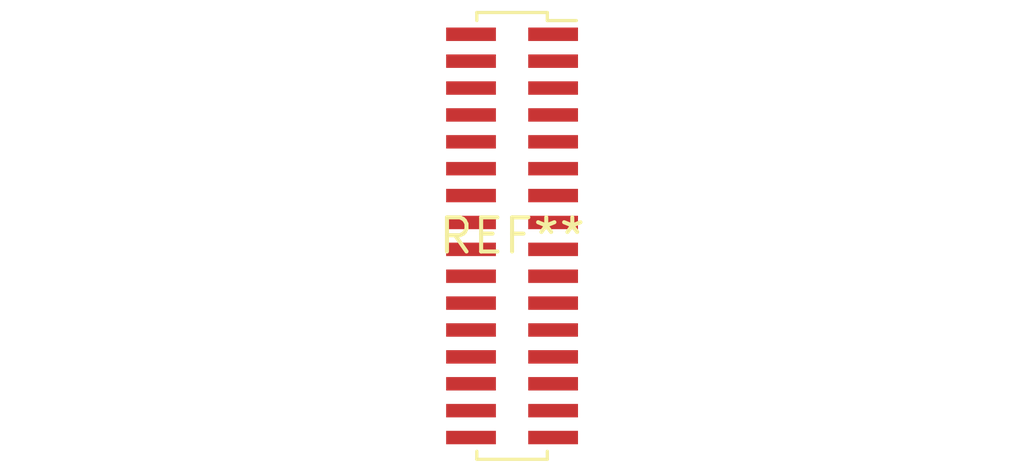
<source format=kicad_pcb>
(kicad_pcb (version 20240108) (generator pcbnew)
  (layers (0 "F.Cu" signal) (31 "B.Cu" signal) (34 "B.Paste" user) (35 "F.Paste" user) (36 "B.SilkS" user "B.Silkscreen") (37 "F.SilkS" user "F.Silkscreen") (38 "B.Mask" user) (39 "F.Mask" user) (44 "Edge.Cuts" user))
  (net 0 "")
  (footprint "PinSocket_2x16_P1.00mm_Vertical_SMD" (layer "F.Cu") (at 0 0)
    (property "Reference" "REF**")
    (property "Value" "PinSocket_2x16_P1.00mm_Vertical_SMD")
    (fp_line (start -1.31 -8.31) (end -1.31 -8.01) (layer "F.SilkS") (stroke (width 0.12)))
    (fp_line (start -1.31 -8.31) (end 1.31 -8.31) (layer "F.SilkS") (stroke (width 0.12)))
    (fp_line (start -1.31 8.01) (end -1.31 8.31) (layer "F.SilkS") (stroke (width 0.12)))
    (fp_line (start -1.31 8.31) (end 1.31 8.31) (layer "F.SilkS") (stroke (width 0.12)))
    (fp_line (start 1.31 -8.31) (end 1.31 -8.01) (layer "F.SilkS") (stroke (width 0.12)))
    (fp_line (start 1.31 -8.01) (end 2.39 -8.01) (layer "F.SilkS") (stroke (width 0.12)))
    (fp_line (start 1.31 8.01) (end 1.31 8.31) (layer "F.SilkS") (stroke (width 0.12)))
    (pad "1" smd rect (at 1.525 -7.5) (size 1.85 0.5) (layers "F.Cu" "F.Paste" "F.Mask"))
    (pad "2" smd rect (at -1.525 -7.5) (size 1.85 0.5) (layers "F.Cu" "F.Paste" "F.Mask"))
    (pad "3" smd rect (at 1.525 -6.5) (size 1.85 0.5) (layers "F.Cu" "F.Paste" "F.Mask"))
    (pad "4" smd rect (at -1.525 -6.5) (size 1.85 0.5) (layers "F.Cu" "F.Paste" "F.Mask"))
    (pad "5" smd rect (at 1.525 -5.5) (size 1.85 0.5) (layers "F.Cu" "F.Paste" "F.Mask"))
    (pad "6" smd rect (at -1.525 -5.5) (size 1.85 0.5) (layers "F.Cu" "F.Paste" "F.Mask"))
    (pad "7" smd rect (at 1.525 -4.5) (size 1.85 0.5) (layers "F.Cu" "F.Paste" "F.Mask"))
    (pad "8" smd rect (at -1.525 -4.5) (size 1.85 0.5) (layers "F.Cu" "F.Paste" "F.Mask"))
    (pad "9" smd rect (at 1.525 -3.5) (size 1.85 0.5) (layers "F.Cu" "F.Paste" "F.Mask"))
    (pad "10" smd rect (at -1.525 -3.5) (size 1.85 0.5) (layers "F.Cu" "F.Paste" "F.Mask"))
    (pad "11" smd rect (at 1.525 -2.5) (size 1.85 0.5) (layers "F.Cu" "F.Paste" "F.Mask"))
    (pad "12" smd rect (at -1.525 -2.5) (size 1.85 0.5) (layers "F.Cu" "F.Paste" "F.Mask"))
    (pad "13" smd rect (at 1.525 -1.5) (size 1.85 0.5) (layers "F.Cu" "F.Paste" "F.Mask"))
    (pad "14" smd rect (at -1.525 -1.5) (size 1.85 0.5) (layers "F.Cu" "F.Paste" "F.Mask"))
    (pad "15" smd rect (at 1.525 -0.5) (size 1.85 0.5) (layers "F.Cu" "F.Paste" "F.Mask"))
    (pad "16" smd rect (at -1.525 -0.5) (size 1.85 0.5) (layers "F.Cu" "F.Paste" "F.Mask"))
    (pad "17" smd rect (at 1.525 0.5) (size 1.85 0.5) (layers "F.Cu" "F.Paste" "F.Mask"))
    (pad "18" smd rect (at -1.525 0.5) (size 1.85 0.5) (layers "F.Cu" "F.Paste" "F.Mask"))
    (pad "19" smd rect (at 1.525 1.5) (size 1.85 0.5) (layers "F.Cu" "F.Paste" "F.Mask"))
    (pad "20" smd rect (at -1.525 1.5) (size 1.85 0.5) (layers "F.Cu" "F.Paste" "F.Mask"))
    (pad "21" smd rect (at 1.525 2.5) (size 1.85 0.5) (layers "F.Cu" "F.Paste" "F.Mask"))
    (pad "22" smd rect (at -1.525 2.5) (size 1.85 0.5) (layers "F.Cu" "F.Paste" "F.Mask"))
    (pad "23" smd rect (at 1.525 3.5) (size 1.85 0.5) (layers "F.Cu" "F.Paste" "F.Mask"))
    (pad "24" smd rect (at -1.525 3.5) (size 1.85 0.5) (layers "F.Cu" "F.Paste" "F.Mask"))
    (pad "25" smd rect (at 1.525 4.5) (size 1.85 0.5) (layers "F.Cu" "F.Paste" "F.Mask"))
    (pad "26" smd rect (at -1.525 4.5) (size 1.85 0.5) (layers "F.Cu" "F.Paste" "F.Mask"))
    (pad "27" smd rect (at 1.525 5.5) (size 1.85 0.5) (layers "F.Cu" "F.Paste" "F.Mask"))
    (pad "28" smd rect (at -1.525 5.5) (size 1.85 0.5) (layers "F.Cu" "F.Paste" "F.Mask"))
    (pad "29" smd rect (at 1.525 6.5) (size 1.85 0.5) (layers "F.Cu" "F.Paste" "F.Mask"))
    (pad "30" smd rect (at -1.525 6.5) (size 1.85 0.5) (layers "F.Cu" "F.Paste" "F.Mask"))
    (pad "31" smd rect (at 1.525 7.5) (size 1.85 0.5) (layers "F.Cu" "F.Paste" "F.Mask"))
    (pad "32" smd rect (at -1.525 7.5) (size 1.85 0.5) (layers "F.Cu" "F.Paste" "F.Mask"))
  )
)
</source>
